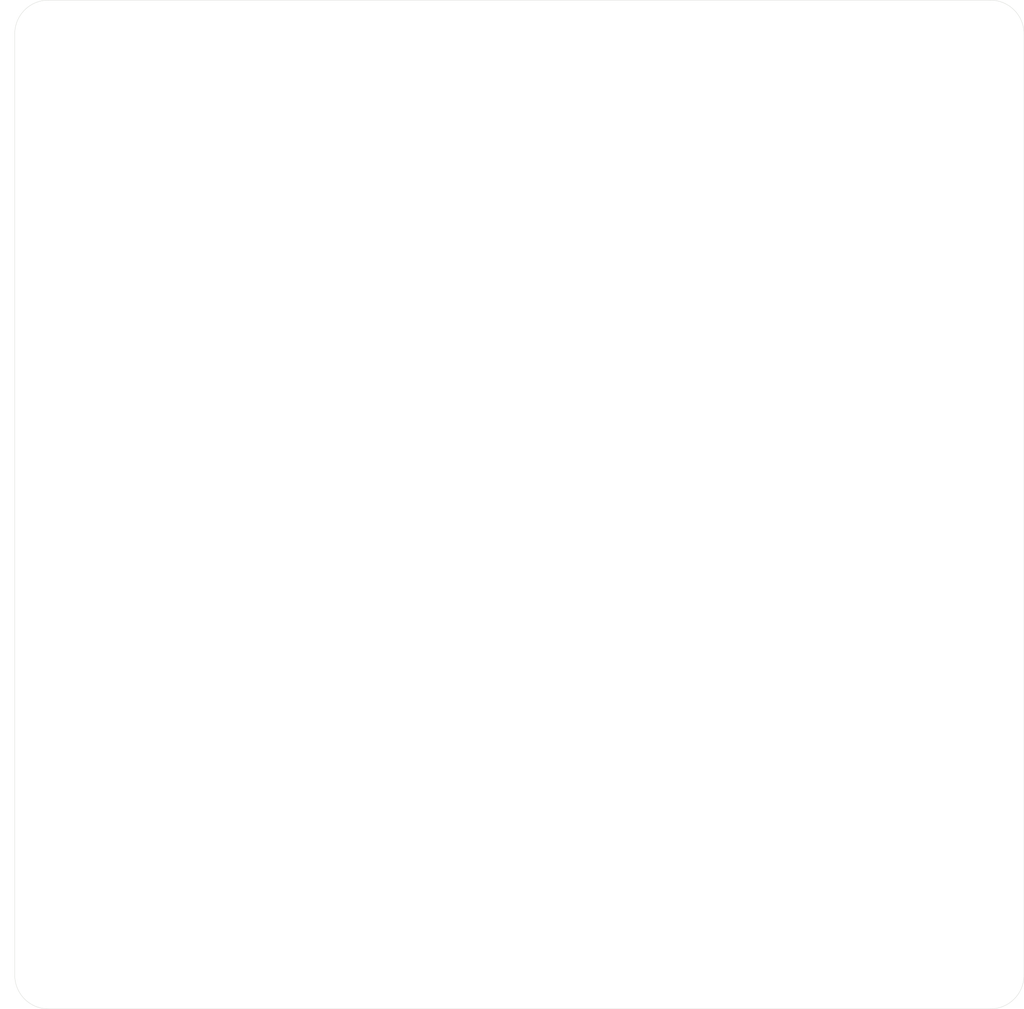
<source format=kicad_pcb>
(kicad_pcb (version 20171130) (host pcbnew "(5.1.9)-1")

  (general
    (thickness 1.6)
    (drawings 12)
    (tracks 0)
    (zones 0)
    (modules 1)
    (nets 1)
  )

  (page USLetter portrait)
  (title_block
    (title "Full Stack")
    (date 2021-02-08)
    (rev v0.1.0)
    (company "Prakash Lab / Octopi Team")
    (comment 1 "Designer: Ethan Li")
    (comment 2 "License: SHL-2.1")
    (comment 4 "Octopi Driver Stack v1.0.0: Stack")
  )

  (layers
    (0 F.Cu signal)
    (31 B.Cu signal)
    (32 B.Adhes user)
    (33 F.Adhes user)
    (34 B.Paste user)
    (35 F.Paste user)
    (36 B.SilkS user)
    (37 F.SilkS user)
    (38 B.Mask user)
    (39 F.Mask user)
    (40 Dwgs.User user)
    (41 Cmts.User user)
    (42 Eco1.User user)
    (43 Eco2.User user)
    (44 Edge.Cuts user)
    (45 Margin user)
    (46 B.CrtYd user)
    (47 F.CrtYd user)
    (48 B.Fab user)
    (49 F.Fab user)
  )

  (setup
    (last_trace_width 0.2)
    (user_trace_width 0.2)
    (user_trace_width 0.4)
    (user_trace_width 0.6)
    (user_trace_width 1.2)
    (user_trace_width 2.8)
    (user_trace_width 5.4)
    (user_trace_width 7.2)
    (trace_clearance 0.2)
    (zone_clearance 0.2)
    (zone_45_only yes)
    (trace_min 0.2)
    (via_size 0.6)
    (via_drill 0.3)
    (via_min_size 0.6)
    (via_min_drill 0.3)
    (user_via 0.6 0.3)
    (uvia_size 0.3)
    (uvia_drill 0.1)
    (uvias_allowed no)
    (uvia_min_size 0.2)
    (uvia_min_drill 0.1)
    (edge_width 0.05)
    (segment_width 0.2)
    (pcb_text_width 0.3)
    (pcb_text_size 1.5 1.5)
    (mod_edge_width 0.12)
    (mod_text_size 1 1)
    (mod_text_width 0.15)
    (pad_size 3 3.2)
    (pad_drill 0)
    (pad_to_mask_clearance 0)
    (aux_axis_origin 105 205)
    (visible_elements 7FFFFFFF)
    (pcbplotparams
      (layerselection 0x3d0fc_ffffffff)
      (usegerberextensions true)
      (usegerberattributes false)
      (usegerberadvancedattributes false)
      (creategerberjobfile false)
      (excludeedgelayer true)
      (linewidth 0.150000)
      (plotframeref false)
      (viasonmask false)
      (mode 1)
      (useauxorigin false)
      (hpglpennumber 1)
      (hpglpenspeed 20)
      (hpglpendiameter 15.000000)
      (psnegative false)
      (psa4output false)
      (plotreference true)
      (plotvalue true)
      (plotinvisibletext false)
      (padsonsilk false)
      (subtractmaskfromsilk false)
      (outputformat 1)
      (mirror false)
      (drillshape 0)
      (scaleselection 1)
      (outputdirectory "Fabrication/"))
  )

  (net 0 "")

  (net_class Default "This is the default net class."
    (clearance 0.2)
    (trace_width 0.2)
    (via_dia 0.6)
    (via_drill 0.3)
    (uvia_dia 0.3)
    (uvia_drill 0.1)
  )

  (module MountingHole:MountingHole_3.2mm_M3 (layer F.Cu) (tedit 56D1B4CB) (tstamp 5FE9767C)
    (at 35 205)
    (descr "Mounting Hole 3.2mm, no annular, M3")
    (tags "mounting hole 3.2mm no annular m3")
    (path /600692B9)
    (attr virtual)
    (fp_text reference H1 (at 0 -4.2) (layer F.SilkS) hide
      (effects (font (size 1 1) (thickness 0.15)))
    )
    (fp_text value StackMountingHole (at 0 4.2) (layer F.Fab)
      (effects (font (size 1 1) (thickness 0.15)))
    )
    (fp_text user %R (at 0.3 0) (layer F.Fab)
      (effects (font (size 1 1) (thickness 0.15)))
    )
    (fp_circle (center 0 0) (end 3.2 0) (layer Cmts.User) (width 0.15))
    (fp_circle (center 0 0) (end 3.45 0) (layer F.CrtYd) (width 0.05))
    (pad 1 np_thru_hole circle (at 0 0) (size 3.2 3.2) (drill 3.2) (layers *.Cu *.Mask))
    (model "${KIPRJMOD}/../Parts/Fasteners/Keystone Standoffs/24339.wrl"
      (at (xyz 0 0 0))
      (scale (xyz 1 1 1))
      (rotate (xyz 0 0 0))
    )
    (model ${KIPRJMOD}/ODSv1.0.0-PP-T41.wrl
      (offset (xyz -35 205 75.5))
      (scale (xyz 1 1 1))
      (rotate (xyz 0 0 0))
    )
    (model ${KIPRJMOD}/ODSv1.0.0-BP-Jmp.wrl
      (offset (xyz -35 205 92))
      (scale (xyz 1 1 1))
      (rotate (xyz 0 0 0))
    )
  )

  (gr_line (start 35 210) (end 175 210) (layer Edge.Cuts) (width 0.05))
  (gr_arc (start 175 205) (end 175 210) (angle -90) (layer Edge.Cuts) (width 0.05))
  (gr_line (start 180 205) (end 180 65) (layer Edge.Cuts) (width 0.05) (tstamp 5FE92E5F))
  (gr_arc (start 35 205) (end 30 205) (angle -90) (layer Edge.Cuts) (width 0.05))
  (gr_line (start 30 65) (end 30 205) (layer Edge.Cuts) (width 0.05) (tstamp 5FE92E58))
  (gr_arc (start 35 65) (end 35 60) (angle -90) (layer Edge.Cuts) (width 0.05))
  (gr_line (start 175 60) (end 35 60) (layer Edge.Cuts) (width 0.05) (tstamp 5FE92E49))
  (gr_arc (start 175 65) (end 180 65) (angle -90) (layer Edge.Cuts) (width 0.05))
  (gr_line (start 33 63) (end 33 207) (layer Dwgs.User) (width 0.15) (tstamp 5FE9BA69))
  (gr_line (start 33 207) (end 177 207) (layer Dwgs.User) (width 0.15))
  (gr_line (start 177 63) (end 33 63) (layer Dwgs.User) (width 0.15))
  (gr_line (start 177 207) (end 177 63) (layer Dwgs.User) (width 0.15))

)

</source>
